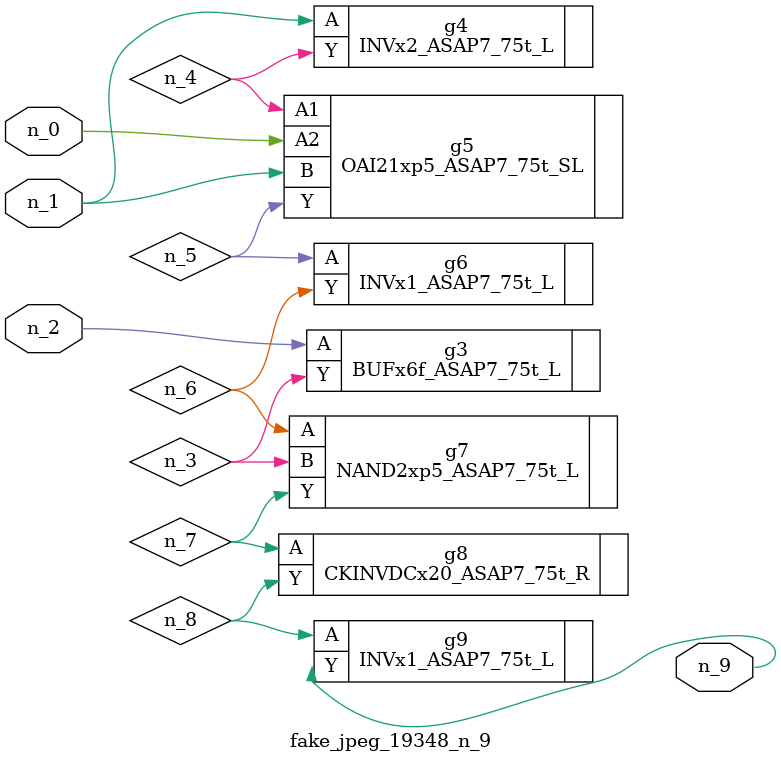
<source format=v>
module fake_jpeg_19348_n_9 (n_0, n_2, n_1, n_9);

input n_0;
input n_2;
input n_1;

output n_9;

wire n_3;
wire n_4;
wire n_8;
wire n_6;
wire n_5;
wire n_7;

BUFx6f_ASAP7_75t_L g3 ( 
.A(n_2),
.Y(n_3)
);

INVx2_ASAP7_75t_L g4 ( 
.A(n_1),
.Y(n_4)
);

OAI21xp5_ASAP7_75t_SL g5 ( 
.A1(n_4),
.A2(n_0),
.B(n_1),
.Y(n_5)
);

INVx1_ASAP7_75t_L g6 ( 
.A(n_5),
.Y(n_6)
);

NAND2xp5_ASAP7_75t_L g7 ( 
.A(n_6),
.B(n_3),
.Y(n_7)
);

CKINVDCx20_ASAP7_75t_R g8 ( 
.A(n_7),
.Y(n_8)
);

INVx1_ASAP7_75t_L g9 ( 
.A(n_8),
.Y(n_9)
);


endmodule
</source>
